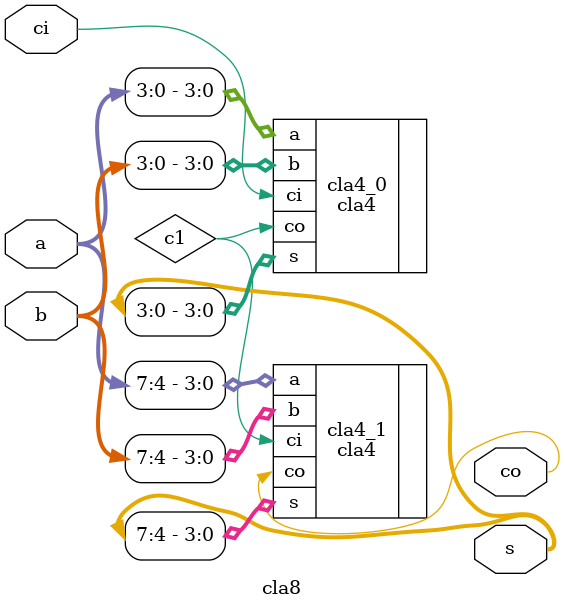
<source format=v>
module cla8(a, b, ci, s, co);
	
	input [7:0] a, b; //8-bit input a, b
	input ci; //1-bit input ci(Cin)
	
	output [7:0] s; //8-bit output s(Sum)
	output co; //1-bit output co(Cout)
	
	wire c1;
	
	cla4 cla4_0(.a(a[3:0]), .b(b[3:0]), .ci(ci), .s(s[3:0]), .co(c1));
	cla4 cla4_1(.a(a[7:4]), .b(b[7:4]), .ci(c1), .s(s[7:4]), .co(co)); //connect 2 cla4 for 8bits result
	
endmodule

</source>
